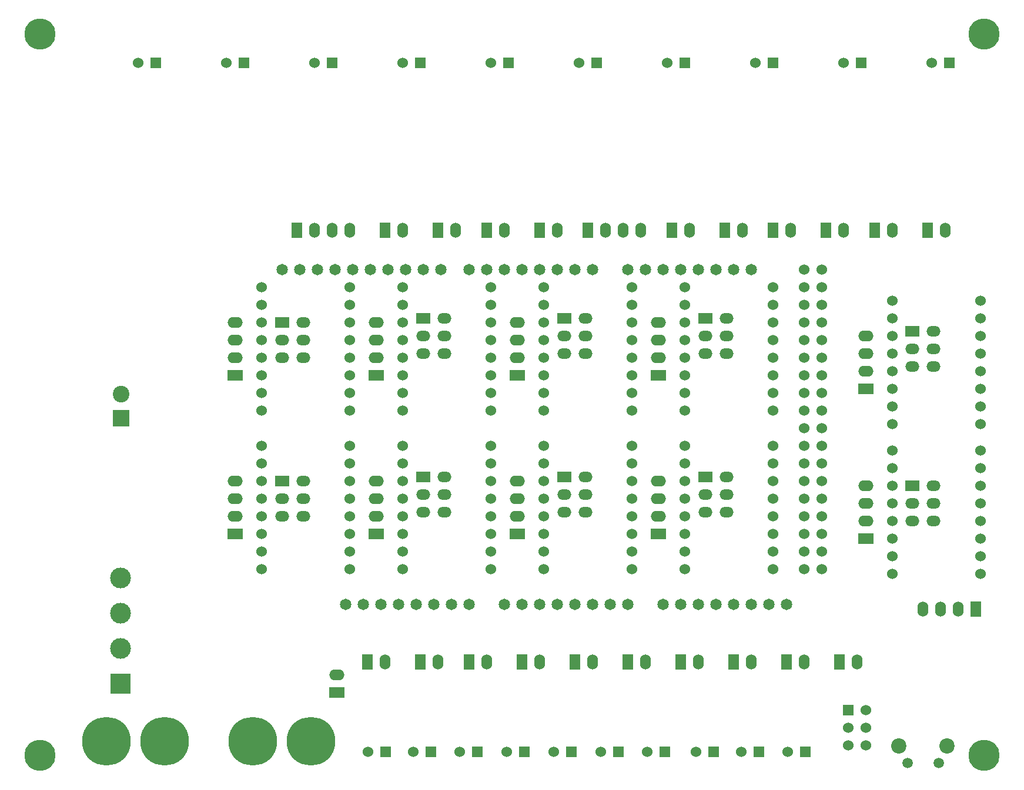
<source format=gbs>
G04 (created by PCBNEW (2013-07-07 BZR 4022)-stable) date 27/01/2014 20:06:07*
%MOIN*%
G04 Gerber Fmt 3.4, Leading zero omitted, Abs format*
%FSLAX34Y34*%
G01*
G70*
G90*
G04 APERTURE LIST*
%ADD10C,0.00590551*%
%ADD11C,0.06*%
%ADD12R,0.0866X0.06*%
%ADD13O,0.0866X0.06*%
%ADD14R,0.06X0.0866*%
%ADD15O,0.06X0.0866*%
%ADD16R,0.0787X0.06*%
%ADD17O,0.0787X0.06*%
%ADD18R,0.06X0.06*%
%ADD19C,0.1772*%
%ADD20C,0.0590551*%
%ADD21C,0.0866142*%
%ADD22C,0.275591*%
%ADD23C,0.0944882*%
%ADD24R,0.0944882X0.0944882*%
%ADD25R,0.1181X0.1181*%
%ADD26C,0.1181*%
%ADD27C,0.065*%
G04 APERTURE END LIST*
G54D10*
G54D11*
X49500Y27000D03*
X49500Y26000D03*
X49500Y25000D03*
X49500Y24000D03*
X49500Y23000D03*
X49500Y22000D03*
X49500Y21000D03*
X49500Y20000D03*
X54500Y20000D03*
X54500Y21000D03*
X54500Y22000D03*
X54500Y23000D03*
X54500Y24000D03*
X54500Y25000D03*
X54500Y26000D03*
X54500Y27000D03*
X37750Y18750D03*
X37750Y17750D03*
X37750Y16750D03*
X37750Y15750D03*
X37750Y14750D03*
X37750Y13750D03*
X37750Y12750D03*
X37750Y11750D03*
X42750Y11750D03*
X42750Y12750D03*
X42750Y13750D03*
X42750Y14750D03*
X42750Y15750D03*
X42750Y16750D03*
X42750Y17750D03*
X42750Y18750D03*
X29750Y27750D03*
X29750Y26750D03*
X29750Y25750D03*
X29750Y24750D03*
X29750Y23750D03*
X29750Y22750D03*
X29750Y21750D03*
X29750Y20750D03*
X34750Y20750D03*
X34750Y21750D03*
X34750Y22750D03*
X34750Y23750D03*
X34750Y24750D03*
X34750Y25750D03*
X34750Y26750D03*
X34750Y27750D03*
X29750Y18750D03*
X29750Y17750D03*
X29750Y16750D03*
X29750Y15750D03*
X29750Y14750D03*
X29750Y13750D03*
X29750Y12750D03*
X29750Y11750D03*
X34750Y11750D03*
X34750Y12750D03*
X34750Y13750D03*
X34750Y14750D03*
X34750Y15750D03*
X34750Y16750D03*
X34750Y17750D03*
X34750Y18750D03*
X21750Y18750D03*
X21750Y17750D03*
X21750Y16750D03*
X21750Y15750D03*
X21750Y14750D03*
X21750Y13750D03*
X21750Y12750D03*
X21750Y11750D03*
X26750Y11750D03*
X26750Y12750D03*
X26750Y13750D03*
X26750Y14750D03*
X26750Y15750D03*
X26750Y16750D03*
X26750Y17750D03*
X26750Y18750D03*
X13750Y18750D03*
X13750Y17750D03*
X13750Y16750D03*
X13750Y15750D03*
X13750Y14750D03*
X13750Y13750D03*
X13750Y12750D03*
X13750Y11750D03*
X18750Y11750D03*
X18750Y12750D03*
X18750Y13750D03*
X18750Y14750D03*
X18750Y15750D03*
X18750Y16750D03*
X18750Y17750D03*
X18750Y18750D03*
X49500Y18500D03*
X49500Y17500D03*
X49500Y16500D03*
X49500Y15500D03*
X49500Y14500D03*
X49500Y13500D03*
X49500Y12500D03*
X49500Y11500D03*
X54500Y11500D03*
X54500Y12500D03*
X54500Y13500D03*
X54500Y14500D03*
X54500Y15500D03*
X54500Y16500D03*
X54500Y17500D03*
X54500Y18500D03*
X37750Y27750D03*
X37750Y26750D03*
X37750Y25750D03*
X37750Y24750D03*
X37750Y23750D03*
X37750Y22750D03*
X37750Y21750D03*
X37750Y20750D03*
X42750Y20750D03*
X42750Y21750D03*
X42750Y22750D03*
X42750Y23750D03*
X42750Y24750D03*
X42750Y25750D03*
X42750Y26750D03*
X42750Y27750D03*
X21750Y27750D03*
X21750Y26750D03*
X21750Y25750D03*
X21750Y24750D03*
X21750Y23750D03*
X21750Y22750D03*
X21750Y21750D03*
X21750Y20750D03*
X26750Y20750D03*
X26750Y21750D03*
X26750Y22750D03*
X26750Y23750D03*
X26750Y24750D03*
X26750Y25750D03*
X26750Y26750D03*
X26750Y27750D03*
X13750Y27750D03*
X13750Y26750D03*
X13750Y25750D03*
X13750Y24750D03*
X13750Y23750D03*
X13750Y22750D03*
X13750Y21750D03*
X13750Y20750D03*
X18750Y20750D03*
X18750Y21750D03*
X18750Y22750D03*
X18750Y23750D03*
X18750Y24750D03*
X18750Y25750D03*
X18750Y26750D03*
X18750Y27750D03*
G54D12*
X12250Y13750D03*
G54D13*
X12250Y14750D03*
X12250Y15750D03*
X12250Y16750D03*
G54D12*
X20250Y22750D03*
G54D13*
X20250Y23750D03*
X20250Y24750D03*
X20250Y25750D03*
G54D12*
X36250Y22750D03*
G54D13*
X36250Y23750D03*
X36250Y24750D03*
X36250Y25750D03*
G54D12*
X48000Y22000D03*
G54D13*
X48000Y23000D03*
X48000Y24000D03*
X48000Y25000D03*
G54D12*
X28250Y22750D03*
G54D13*
X28250Y23750D03*
X28250Y24750D03*
X28250Y25750D03*
G54D14*
X54250Y9500D03*
G54D15*
X53250Y9500D03*
X52250Y9500D03*
X51250Y9500D03*
G54D14*
X32250Y31000D03*
G54D15*
X33250Y31000D03*
X34250Y31000D03*
X35250Y31000D03*
G54D12*
X20250Y13750D03*
G54D13*
X20250Y14750D03*
X20250Y15750D03*
X20250Y16750D03*
G54D12*
X12250Y22750D03*
G54D13*
X12250Y23750D03*
X12250Y24750D03*
X12250Y25750D03*
G54D12*
X36250Y13750D03*
G54D13*
X36250Y14750D03*
X36250Y15750D03*
X36250Y16750D03*
G54D12*
X48000Y13500D03*
G54D13*
X48000Y14500D03*
X48000Y15500D03*
X48000Y16500D03*
G54D12*
X28250Y13750D03*
G54D13*
X28250Y14750D03*
X28250Y15750D03*
X28250Y16750D03*
G54D16*
X14902Y16750D03*
G54D17*
X16098Y16750D03*
X14902Y15750D03*
X16098Y15750D03*
X14902Y14750D03*
X16098Y14750D03*
G54D16*
X30902Y17000D03*
G54D17*
X32098Y17000D03*
X30902Y16000D03*
X32098Y16000D03*
X30902Y15000D03*
X32098Y15000D03*
G54D16*
X38902Y17000D03*
G54D17*
X40098Y17000D03*
X38902Y16000D03*
X40098Y16000D03*
X38902Y15000D03*
X40098Y15000D03*
G54D16*
X50652Y25250D03*
G54D17*
X51848Y25250D03*
X50652Y24250D03*
X51848Y24250D03*
X50652Y23250D03*
X51848Y23250D03*
G54D16*
X22902Y17000D03*
G54D17*
X24098Y17000D03*
X22902Y16000D03*
X24098Y16000D03*
X22902Y15000D03*
X24098Y15000D03*
G54D16*
X38902Y26000D03*
G54D17*
X40098Y26000D03*
X38902Y25000D03*
X40098Y25000D03*
X38902Y24000D03*
X40098Y24000D03*
G54D16*
X14902Y25750D03*
G54D17*
X16098Y25750D03*
X14902Y24750D03*
X16098Y24750D03*
X14902Y23750D03*
X16098Y23750D03*
G54D16*
X30902Y26000D03*
G54D17*
X32098Y26000D03*
X30902Y25000D03*
X32098Y25000D03*
X30902Y24000D03*
X32098Y24000D03*
G54D16*
X22902Y26000D03*
G54D17*
X24098Y26000D03*
X22902Y25000D03*
X24098Y25000D03*
X22902Y24000D03*
X24098Y24000D03*
G54D16*
X50652Y16500D03*
G54D17*
X51848Y16500D03*
X50652Y15500D03*
X51848Y15500D03*
X50652Y14500D03*
X51848Y14500D03*
G54D14*
X48500Y31000D03*
G54D15*
X49500Y31000D03*
G54D14*
X23750Y31000D03*
G54D15*
X24750Y31000D03*
G54D14*
X45750Y31000D03*
G54D15*
X46750Y31000D03*
G54D14*
X37000Y31000D03*
G54D15*
X38000Y31000D03*
G54D14*
X51500Y31000D03*
G54D15*
X52500Y31000D03*
G54D14*
X43500Y6500D03*
G54D15*
X44500Y6500D03*
G54D14*
X42750Y31000D03*
G54D15*
X43750Y31000D03*
G54D14*
X29500Y31000D03*
G54D15*
X30500Y31000D03*
G54D14*
X46500Y6500D03*
G54D15*
X47500Y6500D03*
G54D14*
X20750Y31000D03*
G54D15*
X21750Y31000D03*
G54D14*
X37500Y6500D03*
G54D15*
X38500Y6500D03*
G54D14*
X40500Y6500D03*
G54D15*
X41500Y6500D03*
G54D14*
X26500Y31000D03*
G54D15*
X27500Y31000D03*
G54D14*
X22750Y6500D03*
G54D15*
X23750Y6500D03*
G54D14*
X40000Y31000D03*
G54D15*
X41000Y31000D03*
G54D14*
X31500Y6500D03*
G54D15*
X32500Y6500D03*
G54D14*
X34500Y6500D03*
G54D15*
X35500Y6500D03*
G54D14*
X19750Y6500D03*
G54D15*
X20750Y6500D03*
G54D14*
X25500Y6500D03*
G54D15*
X26500Y6500D03*
G54D14*
X28500Y6500D03*
G54D15*
X29500Y6500D03*
G54D18*
X23334Y1377D03*
G54D11*
X22334Y1377D03*
G54D18*
X25992Y1377D03*
G54D11*
X24992Y1377D03*
G54D18*
X7750Y40500D03*
G54D11*
X6750Y40500D03*
G54D18*
X20775Y1377D03*
G54D11*
X19775Y1377D03*
G54D18*
X22750Y40500D03*
G54D11*
X21750Y40500D03*
G54D18*
X27750Y40500D03*
G54D11*
X26750Y40500D03*
G54D18*
X17750Y40500D03*
G54D11*
X16750Y40500D03*
G54D18*
X12750Y40500D03*
G54D11*
X11750Y40500D03*
G54D18*
X52750Y40500D03*
G54D11*
X51750Y40500D03*
G54D18*
X39377Y1377D03*
G54D11*
X38377Y1377D03*
G54D18*
X37750Y40500D03*
G54D11*
X36750Y40500D03*
G54D18*
X42750Y40500D03*
G54D11*
X41750Y40500D03*
G54D18*
X47750Y40500D03*
G54D11*
X46750Y40500D03*
G54D18*
X44594Y1377D03*
G54D11*
X43594Y1377D03*
G54D18*
X41937Y1377D03*
G54D11*
X40937Y1377D03*
G54D18*
X36622Y1377D03*
G54D11*
X35622Y1377D03*
G54D18*
X33964Y1377D03*
G54D11*
X32964Y1377D03*
G54D18*
X32750Y40500D03*
G54D11*
X31750Y40500D03*
G54D18*
X31307Y1377D03*
G54D11*
X30307Y1377D03*
G54D18*
X28649Y1377D03*
G54D11*
X27649Y1377D03*
G54D19*
X1181Y1181D03*
X1181Y42125D03*
X54724Y42125D03*
X54724Y1181D03*
G54D20*
X50364Y750D03*
X52135Y750D03*
G54D21*
X49872Y1734D03*
X52627Y1734D03*
G54D22*
X8250Y2000D03*
X4942Y2000D03*
X13250Y2000D03*
X16557Y2000D03*
G54D23*
X5775Y21688D03*
G54D24*
X5775Y20311D03*
G54D12*
X18000Y4750D03*
G54D13*
X18000Y5750D03*
G54D25*
X5750Y5250D03*
G54D26*
X5750Y7250D03*
X5750Y9250D03*
X5750Y11250D03*
G54D14*
X15750Y31000D03*
G54D15*
X16750Y31000D03*
X17750Y31000D03*
X18750Y31000D03*
G54D18*
X47000Y3750D03*
G54D11*
X48000Y3750D03*
X47000Y2750D03*
X48000Y2750D03*
X47000Y1750D03*
X48000Y1750D03*
G54D27*
X34500Y28750D03*
X35500Y28750D03*
X36500Y28750D03*
X37500Y28750D03*
X38500Y28750D03*
X39500Y28750D03*
X40500Y28750D03*
X41500Y28750D03*
X43500Y9750D03*
X42500Y9750D03*
X41500Y9750D03*
X40500Y9750D03*
X36500Y9750D03*
X34500Y9750D03*
X33500Y9750D03*
X37500Y9750D03*
X38500Y9750D03*
X39500Y9750D03*
X32500Y9750D03*
X31500Y9750D03*
X30500Y9750D03*
X27500Y9750D03*
X28500Y9750D03*
X29500Y9750D03*
X25500Y9750D03*
X24500Y9750D03*
X23500Y9750D03*
X21500Y9750D03*
X20500Y9750D03*
X32500Y28750D03*
X31500Y28750D03*
X30500Y28750D03*
X29500Y28750D03*
X28500Y28750D03*
X27500Y28750D03*
X26500Y28750D03*
X25500Y28750D03*
X23900Y28750D03*
X22900Y28750D03*
X21900Y28750D03*
X20900Y28750D03*
X19900Y28750D03*
X18900Y28750D03*
X17900Y28750D03*
X16900Y28750D03*
X22500Y9750D03*
G54D11*
X44500Y27750D03*
X45500Y27750D03*
X44500Y26750D03*
X45500Y26750D03*
X44500Y25750D03*
X45500Y25750D03*
X44500Y24750D03*
X45500Y24750D03*
X44500Y28750D03*
X45500Y28750D03*
X45500Y23750D03*
X44500Y23750D03*
X44500Y22750D03*
X45500Y22750D03*
X44500Y21750D03*
X45500Y21750D03*
X44500Y20750D03*
X45500Y20750D03*
X44500Y19750D03*
X45500Y19750D03*
X44500Y18750D03*
X45500Y18750D03*
X44500Y17750D03*
X45500Y17750D03*
X44500Y16750D03*
X45500Y16750D03*
X44500Y15750D03*
X45500Y15750D03*
X44500Y14750D03*
X45500Y14750D03*
X44500Y13750D03*
X45500Y13750D03*
X44500Y12750D03*
X45500Y12750D03*
X44500Y11750D03*
X45500Y11750D03*
G54D27*
X15900Y28750D03*
X14900Y28750D03*
X19500Y9750D03*
X18500Y9750D03*
M02*

</source>
